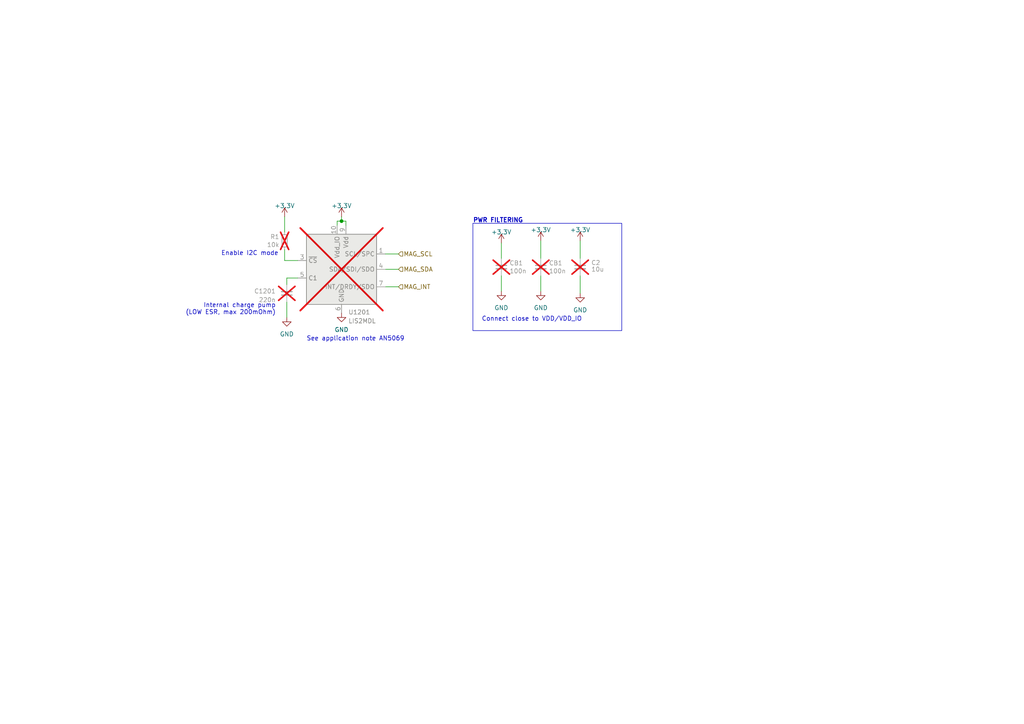
<source format=kicad_sch>
(kicad_sch (version 20230121) (generator eeschema)
  (paper "A4")
  (lib_symbols
    (symbol "Device:C_Small" (pin_numbers hide) (pin_names (offset 0.254) hide)
      (property "Reference" "C" (at 0.254 1.778 0))
      (property "Value" "C_Small" (at 0.254 -2.032 0))
      (symbol "C_Small_0_1"
        (polyline (pts (xy -1.524 -0.508) (xy 1.524 -0.508)) (stroke (width 0.3302)))
        (polyline (pts (xy -1.524 0.508) (xy 1.524 0.508)) (stroke (width 0.3048)))
      )
      (symbol "C_Small_1_1"
        (pin passive line (at 0 2.54 270) (length 2.032) (name "~") (number "1"))
        (pin passive line (at 0 -2.54 90) (length 2.032) (name "~") (number "2"))
      )
    )
    (symbol "Device:R_Small" (pin_numbers hide) (pin_names (offset 0.254) hide)
      (property "Reference" "R" (at 0.762 0.508 0))
      (property "Value" "R_Small" (at 0.762 -1.016 0))
      (symbol "R_Small_0_1"
        (rectangle (start -0.762 1.778) (end 0.762 -1.778) (stroke (width 0.2032)))
      )
      (symbol "R_Small_1_1"
        (pin passive line (at 0 2.54 270) (length 0.762) (name "~") (number "1"))
        (pin passive line (at 0 -2.54 90) (length 0.762) (name "~") (number "2"))
      )
    )
    (symbol "grootvoet:LIS2MDL"
      (property "Reference" "U" (at -8.89 11.43 0))
      (property "Value" "LIS2MDL" (at 7.62 11.43 0))
      (symbol "LIS2MDL_0_1"
        (rectangle (start -10.16 10.16) (end 10.16 -10.16) (stroke (width 0.254)) (fill (type background)))
      )
      (symbol "LIS2MDL_1_1"
        (pin input line (at 12.7 4.445 180) (length 2.54) (name "SCL/SPC") (number "1"))
        (pin power_in line (at -1.27 12.7 270) (length 2.54) (name "Vdd_IO") (number "10"))
        (pin passive line (at 0 -12.7 90) (length 2.54) hide (name "NC/GND") (number "11"))
        (pin passive line (at 0 -12.7 90) (length 2.54) hide (name "NC/GND") (number "12"))
        (pin passive line (at 0 -12.7 90) (length 2.54) hide (name "NC/GND") (number "2"))
        (pin input line (at -12.7 2.54 0) (length 2.54) (name "~{CS}") (number "3"))
        (pin open_collector line (at 12.7 0 180) (length 2.54) (name "SDA/SDI/SDO") (number "4"))
        (pin passive line (at -12.7 -2.54 0) (length 2.54) (name "C1") (number "5"))
        (pin passive line (at 0 -12.7 90) (length 2.54) (name "GND") (number "6"))
        (pin output line (at 12.7 -5.08 180) (length 2.54) (name "INT/DRDY/SDO") (number "7"))
        (pin passive line (at 0 -12.7 90) (length 2.54) hide (name "GND") (number "8"))
        (pin power_in line (at 1.27 12.7 270) (length 2.54) (name "Vdd") (number "9"))
      )
    )
    (symbol "power:+3.3V" (power) (pin_names (offset 0))
      (property "Value" "+3.3V" (at 0 3.556 0))
      (symbol "+3.3V_0_1"
        (polyline (pts (xy -0.762 1.27) (xy 0 2.54)))
        (polyline (pts (xy 0 0) (xy 0 2.54)))
        (polyline (pts (xy 0 2.54) (xy 0.762 1.27)))
      )
      (symbol "+3.3V_1_1"
        (pin power_in line (at 0 0 90) (length 0) hide (name "+3.3V") (number "1"))
      )
    )
    (symbol "power:GND" (power) (pin_names (offset 0))
      (property "Value" "GND" (at 0 -3.81 0))
      (symbol "GND_0_1"
        (polyline (pts (xy 0 0) (xy 0 -1.27) (xy 1.27 -1.27) (xy 0 -2.54) (xy -1.27 -1.27) (xy 0 -1.27)))
      )
      (symbol "GND_1_1"
        (pin power_in line (at 0 0 270) (length 0) hide (name "GND") (number "1"))
      )
    )
  )
  (junction (at 99.06 64.135))
  (wire (pts (xy 156.845 80.01) (xy 156.845 84.455)))
  (wire (pts (xy 82.55 72.39) (xy 82.55 75.565)))
  (wire (pts (xy 168.275 69.85) (xy 168.275 74.93)))
  (wire (pts (xy 111.76 78.105) (xy 115.57 78.105)))
  (wire (pts (xy 82.55 75.565) (xy 86.36 75.565)))
  (wire (pts (xy 83.185 82.55) (xy 83.185 80.645)))
  (wire (pts (xy 145.415 80.01) (xy 145.415 84.455)))
  (wire (pts (xy 83.185 87.63) (xy 83.185 92.075)))
  (wire (pts (xy 156.845 69.85) (xy 156.845 74.93)))
  (wire (pts (xy 82.55 62.865) (xy 82.55 67.31)))
  (wire (pts (xy 99.06 64.135) (xy 97.79 64.135)))
  (wire (pts (xy 100.33 64.135) (xy 100.33 65.405)))
  (wire (pts (xy 111.76 73.66) (xy 115.57 73.66)))
  (wire (pts (xy 83.185 80.645) (xy 86.36 80.645)))
  (wire (pts (xy 111.76 83.185) (xy 115.57 83.185)))
  (wire (pts (xy 99.06 62.865) (xy 99.06 64.135)))
  (wire (pts (xy 99.06 64.135) (xy 100.33 64.135)))
  (wire (pts (xy 97.79 64.135) (xy 97.79 65.405)))
  (wire (pts (xy 168.275 80.01) (xy 168.275 85.09)))
  (wire (pts (xy 145.415 70.485) (xy 145.415 74.93)))
  (rectangle (start 137.16 64.77) (end 180.34 95.885))
  (text "Internal charge pump\n(LOW ESR, max 200mOhm)" (at 80.01 91.44 0) (effects (font (size 1.27 1.27)) (justify right bottom)))
  (text "See application note AN5069" (at 88.9 99.06 0) (effects (font (size 1.27 1.27)) (justify left bottom)))
  (text "Connect close to VDD/VDD_IO" (at 139.7 93.345 0) (effects (font (size 1.27 1.27)) (justify left bottom)))
  (text "Enable I2C mode" (at 64.135 74.295 0) (effects (font (size 1.27 1.27)) (justify left bottom)))
  (text "PWR FILTERING" (at 137.16 64.77 0) (effects (font (size 1.27 1.27) (thickness 0.254) bold) (justify left bottom)))
  (hierarchical_label "MAG_INT" (shape input) (at 115.57 83.185 0))
  (hierarchical_label "MAG_SCL" (shape input) (at 115.57 73.66 0))
  (hierarchical_label "MAG_SDA" (shape input) (at 115.57 78.105 0))
  (symbol (lib_id "power:+3.3V") (at 99.06 62.865 0) (unit 1)
    (property "Reference" "#PWR01203" (effects hide))
    (property "Value" "+3.3V" (at 99.06 59.69 0))
  )
  (symbol (lib_id "power:GND") (at 145.415 84.455 0) (unit 1)
    (property "Reference" "#PWR01206" (effects hide))
    (property "Value" "GND" (at 145.415 89.281 0))
  )
  (symbol (lib_id "Device:C_Small") (at 145.415 77.47 0) (unit 1) (dnp yes)
    (property "Reference" "CB1" (at 147.7518 76.3016 0) (effects (justify left)))
    (property "Value" "100n" (at 147.7518 78.613 0) (effects (justify left)))
    (property "Footprint" "Capacitor_SMD:C_0603_1608Metric_Pad1.08x0.95mm_HandSolder" (effects hide))
    (property "MPN" "C0603C104M5RACTU" (effects hide))
    (property "Mfr." "KEMET" (effects hide))
    (instances (project "kleinvoet" (path "" (reference "CB1") (unit 1)) (path "" (reference "CB1201") (unit 1))))
  )
  (symbol (lib_id "power:GND") (at 99.06 90.805 0) (unit 1)
    (property "Reference" "#PWR01204" (effects hide))
    (property "Value" "GND" (at 99.06 95.631 0))
  )
  (symbol (lib_id "Device:C_Small") (at 156.845 77.47 0) (unit 1) (dnp yes)
    (property "Reference" "CB1" (at 159.1818 76.3016 0) (effects (justify left)))
    (property "Value" "100n" (at 159.1818 78.613 0) (effects (justify left)))
    (property "Footprint" "Capacitor_SMD:C_0603_1608Metric_Pad1.08x0.95mm_HandSolder" (effects hide))
    (property "MPN" "C0603C104M5RACTU" (effects hide))
    (property "Mfr." "KEMET" (effects hide))
    (instances (project "kleinvoet" (path "" (reference "CB1") (unit 1)) (path "" (reference "CB1202") (unit 1))))
  )
  (symbol (lib_id "power:+3.3V") (at 82.55 62.865 0) (unit 1)
    (property "Reference" "#PWR01201" (effects hide))
    (property "Value" "+3.3V" (at 82.55 59.69 0))
  )
  (symbol (lib_id "power:GND") (at 168.275 85.09 0) (unit 1)
    (property "Reference" "#PWR01210" (effects hide))
    (property "Value" "GND" (at 168.275 89.916 0))
  )
  (symbol (lib_id "power:+3.3V") (at 156.845 69.85 0) (unit 1)
    (property "Reference" "#PWR01207" (effects hide))
    (property "Value" "+3.3V" (at 156.845 66.675 0))
  )
  (symbol (lib_id "power:GND") (at 83.185 92.075 0) (unit 1)
    (property "Reference" "#PWR01202" (effects hide))
    (property "Value" "GND" (at 83.185 96.901 0))
  )
  (symbol (lib_id "grootvoet:LIS2MDL") (at 99.06 78.105 0) (unit 1) (in_bom no) (dnp yes)
    (property "Reference" "U1201" (at 101.0159 90.551 0) (effects (justify left)))
    (property "Value" "LIS2MDL" (at 101.0159 93.091 0) (effects (justify left)))
    (property "Footprint" "Package_LGA:LGA-12_2x2mm_P0.5mm" (effects hide))
    (property "Datasheet" "https://www.st.com/resource/en/datasheet/lis3mdl.pdf" (effects hide))
    (property "MPN" "LIS2MDL" (effects hide))
    (property "Mfr." "STMicroelectronics" (effects hide))
  )
  (symbol (lib_id "power:GND") (at 156.845 84.455 0) (unit 1)
    (property "Reference" "#PWR01208" (effects hide))
    (property "Value" "GND" (at 156.845 89.281 0))
  )
  (symbol (lib_id "Device:R_Small") (at 82.55 69.85 0) (mirror y) (unit 1) (dnp yes)
    (property "Reference" "R1" (at 81.0514 68.6816 0) (effects (justify left)))
    (property "Value" "10k" (at 81.0514 70.993 0) (effects (justify left)))
    (property "Footprint" "Resistor_SMD:R_0603_1608Metric_Pad0.98x0.95mm_HandSolder" (effects hide))
    (property "MPN" "RC0603JR-0710KL" (effects hide))
    (property "Mfr." "Yageo" (effects hide))
    (instances (project "kleinvoet" (path "" (reference "R1") (unit 1)) (path "" (reference "R1201") (unit 1))))
  )
  (symbol (lib_id "power:+3.3V") (at 145.415 70.485 0) (unit 1)
    (property "Reference" "#PWR01205" (effects hide))
    (property "Value" "+3.3V" (at 145.415 67.31 0))
  )
  (symbol (lib_id "Device:C_Small") (at 168.275 77.47 0) (unit 1) (dnp yes)
    (property "Reference" "C2" (at 171.45 76.2 0) (effects (justify left)))
    (property "Value" "10u" (at 171.45 78.105 0) (effects (justify left)))
    (property "Footprint" "Capacitor_SMD:C_0805_2012Metric_Pad1.18x1.45mm_HandSolder" (effects hide))
    (property "Notes" "Low ESR" (effects hide))
    (property "MPN" "C0805C106K9PACTU" (effects hide))
    (property "Mfr." "KEMET" (effects hide))
    (instances (project "kleinvoet" (path "" (reference "C2") (unit 1)) (path "" (reference "C1202") (unit 1))))
  )
  (symbol (lib_id "Device:C_Small") (at 83.185 85.09 0) (mirror x) (unit 1) (dnp yes)
    (property "Reference" "C1201" (at 80.01 84.4486 0) (effects (justify right)))
    (property "Value" "220n" (at 80.01 86.9886 0) (effects (justify right)))
    (property "Footprint" "Capacitor_SMD:C_0603_1608Metric_Pad1.08x0.95mm_HandSolder" (effects hide))
  )
  (symbol (lib_id "power:+3.3V") (at 168.275 69.85 0) (unit 1)
    (property "Reference" "#PWR01209" (effects hide))
    (property "Value" "+3.3V" (at 168.275 66.675 0))
  )
)
</source>
